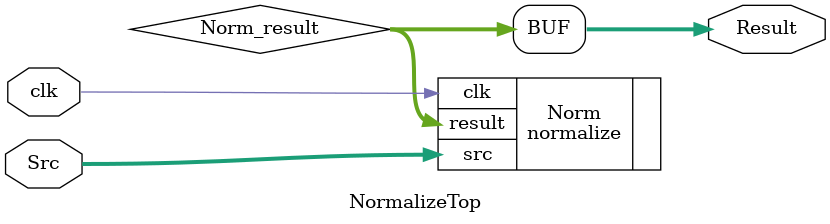
<source format=v>

`timescale 1ns/1ps

module NormalizeTop (
  input  wire [24:0]   Src,
  output wire [15:0]   Result,
  input  wire          clk
);

  wire       [15:0]   Norm_result;

  normalize #(
    .E        (5 ),
    .M        (10),
    .INTEGER  (4 ),
    .FRACTION (15)
  ) Norm (
    .clk    (clk              ), //i
    .src    (Src[24:0]        ), //i
    .result (Norm_result[15:0])  //o
  );
  assign Result = Norm_result;

endmodule

</source>
